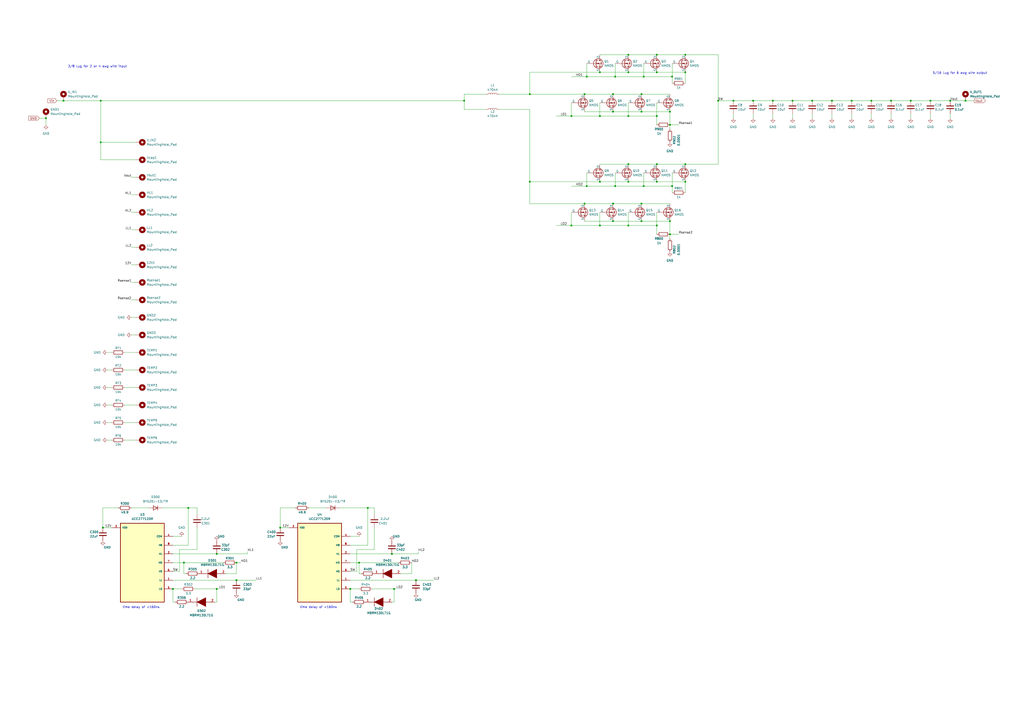
<source format=kicad_sch>
(kicad_sch (version 20230121) (generator eeschema)
  (paper "A2")
  (junction (at 137.16 326.39))
  (junction (at 364.49 105.41))
  (junction (at 482.6 58.42))
  (junction (at 100.33 341.63))
  (junction (at 203.2 341.63))
  (junction (at 364.49 41.91))
  (junction (at 347.98 41.91))
  (junction (at 388.62 128.27))
  (junction (at 331.47 130.81))
  (junction (at 389.89 44.45))
  (junction (at 355.6 64.77))
  (junction (at 26.67 68.58))
  (junction (at 356.87 44.45))
  (junction (at 364.49 130.81))
  (junction (at 364.49 67.31))
  (junction (at 59.69 306.07))
  (junction (at 372.11 54.61))
  (junction (at 347.98 105.41))
  (junction (at 339.09 118.11))
  (junction (at 397.51 105.41))
  (junction (at 227.33 321.31))
  (junction (at 355.6 128.27))
  (junction (at 381 130.81))
  (junction (at 58.42 58.42))
  (junction (at 125.73 321.31))
  (junction (at 106.68 326.39))
  (junction (at 355.6 54.61))
  (junction (at 388.62 135.89))
  (junction (at 560.07 58.42))
  (junction (at 373.38 107.95))
  (junction (at 372.11 118.11))
  (junction (at 162.56 306.07))
  (junction (at 356.87 107.95))
  (junction (at 471.17 58.42))
  (junction (at 331.47 67.31))
  (junction (at 397.51 95.25))
  (junction (at 58.42 82.55))
  (junction (at 340.36 44.45))
  (junction (at 340.36 107.95))
  (junction (at 241.3 336.55))
  (junction (at 347.98 130.81))
  (junction (at 125.73 341.63))
  (junction (at 528.32 58.42))
  (junction (at 459.74 58.42))
  (junction (at 505.46 58.42))
  (junction (at 307.34 54.61))
  (junction (at 372.11 64.77))
  (junction (at 397.51 31.75))
  (junction (at 388.62 64.77))
  (junction (at 381 31.75))
  (junction (at 539.75 58.42))
  (junction (at 494.03 58.42))
  (junction (at 381 95.25))
  (junction (at 381 67.31))
  (junction (at 436.88 58.42))
  (junction (at 213.36 294.64))
  (junction (at 269.24 58.42))
  (junction (at 355.6 118.11))
  (junction (at 381 105.41))
  (junction (at 137.16 336.55))
  (junction (at 388.62 72.39))
  (junction (at 339.09 54.61))
  (junction (at 307.34 105.41))
  (junction (at 208.28 326.39))
  (junction (at 397.51 41.91))
  (junction (at 551.18 58.42))
  (junction (at 228.6 341.63))
  (junction (at 389.89 107.95))
  (junction (at 364.49 95.25))
  (junction (at 364.49 31.75))
  (junction (at 425.45 58.42))
  (junction (at 416.56 58.42))
  (junction (at 448.31 58.42))
  (junction (at 372.11 128.27))
  (junction (at 109.22 294.64))
  (junction (at 36.83 58.42))
  (junction (at 373.38 44.45))
  (junction (at 347.98 67.31))
  (junction (at 516.89 58.42))
  (junction (at 381 41.91))
  (wire (pts (xy 388.62 135.89) (xy 388.62 138.43)))
  (wire (pts (xy 36.83 58.42) (xy 58.42 58.42)))
  (wire (pts (xy 322.58 130.81) (xy 331.47 130.81)))
  (wire (pts (xy 72.39 224.79) (xy 78.74 224.79)))
  (wire (pts (xy 381 41.91) (xy 397.51 41.91)))
  (wire (pts (xy 307.34 105.41) (xy 347.98 105.41)))
  (wire (pts (xy 231.14 326.39) (xy 208.28 326.39)))
  (wire (pts (xy 269.24 58.42) (xy 269.24 63.5)))
  (wire (pts (xy 76.2 143.51) (xy 78.74 143.51)))
  (wire (pts (xy 64.77 224.79) (xy 62.23 224.79)))
  (wire (pts (xy 372.11 118.11) (xy 388.62 118.11)))
  (wire (pts (xy 381 135.89) (xy 381 130.81)))
  (wire (pts (xy 113.03 341.63) (xy 125.73 341.63)))
  (wire (pts (xy 100.33 336.55) (xy 137.16 336.55)))
  (wire (pts (xy 436.88 58.42) (xy 425.45 58.42)))
  (wire (pts (xy 347.98 41.91) (xy 364.49 41.91)))
  (wire (pts (xy 217.17 318.77) (xy 207.01 318.77)))
  (wire (pts (xy 76.2 184.15) (xy 78.74 184.15)))
  (wire (pts (xy 208.28 326.39) (xy 208.28 332.74)))
  (wire (pts (xy 339.09 64.77) (xy 355.6 64.77)))
  (wire (pts (xy 106.68 326.39) (xy 100.33 326.39)))
  (wire (pts (xy 208.28 326.39) (xy 203.2 326.39)))
  (wire (pts (xy 381 59.69) (xy 381 67.31)))
  (wire (pts (xy 459.74 66.04) (xy 459.74 68.58)))
  (wire (pts (xy 339.09 128.27) (xy 355.6 128.27)))
  (wire (pts (xy 208.28 341.63) (xy 203.2 341.63)))
  (wire (pts (xy 137.16 326.39) (xy 137.16 332.74)))
  (wire (pts (xy 355.6 118.11) (xy 372.11 118.11)))
  (wire (pts (xy 93.98 294.64) (xy 109.22 294.64)))
  (wire (pts (xy 373.38 107.95) (xy 389.89 107.95)))
  (wire (pts (xy 72.39 234.95) (xy 78.74 234.95)))
  (wire (pts (xy 355.6 54.61) (xy 372.11 54.61)))
  (wire (pts (xy 331.47 44.45) (xy 340.36 44.45)))
  (wire (pts (xy 242.57 320.04) (xy 242.57 321.31)))
  (wire (pts (xy 76.2 153.67) (xy 78.74 153.67)))
  (wire (pts (xy 289.56 54.61) (xy 307.34 54.61)))
  (wire (pts (xy 331.47 59.69) (xy 331.47 67.31)))
  (wire (pts (xy 238.76 332.74) (xy 232.41 332.74)))
  (wire (pts (xy 125.73 341.63) (xy 125.73 349.25)))
  (wire (pts (xy 143.51 320.04) (xy 143.51 321.31)))
  (wire (pts (xy 162.56 294.64) (xy 162.56 306.07)))
  (wire (pts (xy 228.6 341.63) (xy 228.6 349.25)))
  (wire (pts (xy 372.11 64.77) (xy 388.62 64.77)))
  (wire (pts (xy 107.95 332.74) (xy 106.68 332.74)))
  (wire (pts (xy 76.2 133.35) (xy 78.74 133.35)))
  (wire (pts (xy 209.55 332.74) (xy 208.28 332.74)))
  (wire (pts (xy 516.89 58.42) (xy 528.32 58.42)))
  (wire (pts (xy 347.98 67.31) (xy 364.49 67.31)))
  (wire (pts (xy 331.47 107.95) (xy 340.36 107.95)))
  (wire (pts (xy 137.16 326.39) (xy 139.7 326.39)))
  (wire (pts (xy 137.16 336.55) (xy 148.59 336.55)))
  (wire (pts (xy 104.14 318.77) (xy 104.14 331.47)))
  (wire (pts (xy 551.18 58.42) (xy 560.07 58.42)))
  (wire (pts (xy 125.73 321.31) (xy 143.51 321.31)))
  (wire (pts (xy 397.51 105.41) (xy 397.51 111.76)))
  (wire (pts (xy 364.49 59.69) (xy 364.49 67.31)))
  (wire (pts (xy 109.22 316.23) (xy 100.33 316.23)))
  (wire (pts (xy 381 95.25) (xy 397.51 95.25)))
  (wire (pts (xy 356.87 100.33) (xy 356.87 107.95)))
  (wire (pts (xy 64.77 214.63) (xy 62.23 214.63)))
  (wire (pts (xy 381 31.75) (xy 397.51 31.75)))
  (wire (pts (xy 364.49 95.25) (xy 381 95.25)))
  (wire (pts (xy 494.03 66.04) (xy 494.03 68.58)))
  (wire (pts (xy 347.98 31.75) (xy 364.49 31.75)))
  (wire (pts (xy 355.6 128.27) (xy 372.11 128.27)))
  (wire (pts (xy 76.2 102.87) (xy 78.74 102.87)))
  (wire (pts (xy 505.46 66.04) (xy 505.46 68.58)))
  (wire (pts (xy 539.75 66.04) (xy 539.75 68.58)))
  (wire (pts (xy 356.87 107.95) (xy 373.38 107.95)))
  (wire (pts (xy 389.89 44.45) (xy 389.89 48.26)))
  (wire (pts (xy 59.69 306.07) (xy 64.77 306.07)))
  (wire (pts (xy 137.16 332.74) (xy 130.81 332.74)))
  (wire (pts (xy 281.94 54.61) (xy 269.24 54.61)))
  (wire (pts (xy 364.49 67.31) (xy 381 67.31)))
  (wire (pts (xy 72.39 255.27) (xy 78.74 255.27)))
  (wire (pts (xy 109.22 294.64) (xy 114.3 294.64)))
  (wire (pts (xy 196.85 294.64) (xy 213.36 294.64)))
  (wire (pts (xy 64.77 255.27) (xy 62.23 255.27)))
  (wire (pts (xy 482.6 58.42) (xy 471.17 58.42)))
  (wire (pts (xy 58.42 82.55) (xy 78.74 82.55)))
  (wire (pts (xy 372.11 54.61) (xy 388.62 54.61)))
  (wire (pts (xy 528.32 58.42) (xy 539.75 58.42)))
  (wire (pts (xy 76.2 173.99) (xy 78.74 173.99)))
  (wire (pts (xy 203.2 321.31) (xy 227.33 321.31)))
  (wire (pts (xy 388.62 64.77) (xy 388.62 72.39)))
  (wire (pts (xy 124.46 349.25) (xy 125.73 349.25)))
  (wire (pts (xy 227.33 349.25) (xy 228.6 349.25)))
  (wire (pts (xy 105.41 341.63) (xy 100.33 341.63)))
  (wire (pts (xy 307.34 54.61) (xy 339.09 54.61)))
  (wire (pts (xy 373.38 44.45) (xy 389.89 44.45)))
  (wire (pts (xy 494.03 58.42) (xy 505.46 58.42)))
  (wire (pts (xy 64.77 245.11) (xy 62.23 245.11)))
  (wire (pts (xy 72.39 204.47) (xy 78.74 204.47)))
  (wire (pts (xy 26.67 68.58) (xy 26.67 72.39)))
  (wire (pts (xy 307.34 41.91) (xy 307.34 54.61)))
  (wire (pts (xy 106.68 326.39) (xy 106.68 332.74)))
  (wire (pts (xy 33.02 58.42) (xy 36.83 58.42)))
  (wire (pts (xy 364.49 41.91) (xy 381 41.91)))
  (wire (pts (xy 100.33 331.47) (xy 104.14 331.47)))
  (wire (pts (xy 238.76 326.39) (xy 238.76 332.74)))
  (wire (pts (xy 340.36 36.83) (xy 340.36 44.45)))
  (wire (pts (xy 389.89 107.95) (xy 389.89 111.76)))
  (wire (pts (xy 551.18 66.04) (xy 551.18 68.58)))
  (wire (pts (xy 347.98 123.19) (xy 347.98 130.81)))
  (wire (pts (xy 127 341.63) (xy 125.73 341.63)))
  (wire (pts (xy 381 130.81) (xy 381 123.19)))
  (wire (pts (xy 356.87 44.45) (xy 373.38 44.45)))
  (wire (pts (xy 227.33 321.31) (xy 242.57 321.31)))
  (wire (pts (xy 381 105.41) (xy 397.51 105.41)))
  (wire (pts (xy 539.75 58.42) (xy 551.18 58.42)))
  (wire (pts (xy 448.31 58.42) (xy 436.88 58.42)))
  (wire (pts (xy 340.36 100.33) (xy 340.36 107.95)))
  (wire (pts (xy 109.22 294.64) (xy 109.22 316.23)))
  (wire (pts (xy 207.01 318.77) (xy 207.01 331.47)))
  (wire (pts (xy 72.39 245.11) (xy 78.74 245.11)))
  (wire (pts (xy 416.56 58.42) (xy 416.56 95.25)))
  (wire (pts (xy 364.49 105.41) (xy 381 105.41)))
  (wire (pts (xy 389.89 107.95) (xy 389.89 100.33)))
  (wire (pts (xy 114.3 294.64) (xy 114.3 298.45)))
  (wire (pts (xy 381 72.39) (xy 381 67.31)))
  (wire (pts (xy 64.77 234.95) (xy 62.23 234.95)))
  (wire (pts (xy 171.45 294.64) (xy 162.56 294.64)))
  (wire (pts (xy 203.2 336.55) (xy 241.3 336.55)))
  (wire (pts (xy 560.07 58.42) (xy 565.15 58.42)))
  (wire (pts (xy 416.56 58.42) (xy 425.45 58.42)))
  (wire (pts (xy 471.17 66.04) (xy 471.17 68.58)))
  (wire (pts (xy 307.34 118.11) (xy 307.34 105.41)))
  (wire (pts (xy 388.62 72.39) (xy 388.62 74.93)))
  (wire (pts (xy 114.3 306.07) (xy 114.3 318.77)))
  (wire (pts (xy 364.49 31.75) (xy 381 31.75)))
  (wire (pts (xy 494.03 58.42) (xy 482.6 58.42)))
  (wire (pts (xy 162.56 306.07) (xy 167.64 306.07)))
  (wire (pts (xy 307.34 118.11) (xy 339.09 118.11)))
  (wire (pts (xy 347.98 95.25) (xy 364.49 95.25)))
  (wire (pts (xy 516.89 66.04) (xy 516.89 68.58)))
  (wire (pts (xy 100.33 321.31) (xy 125.73 321.31)))
  (wire (pts (xy 448.31 66.04) (xy 448.31 68.58)))
  (wire (pts (xy 76.2 194.31) (xy 78.74 194.31)))
  (wire (pts (xy 347.98 105.41) (xy 364.49 105.41)))
  (wire (pts (xy 347.98 130.81) (xy 364.49 130.81)))
  (wire (pts (xy 215.9 341.63) (xy 228.6 341.63)))
  (wire (pts (xy 58.42 58.42) (xy 58.42 82.55)))
  (wire (pts (xy 76.2 163.83) (xy 78.74 163.83)))
  (wire (pts (xy 229.87 341.63) (xy 228.6 341.63)))
  (wire (pts (xy 471.17 58.42) (xy 459.74 58.42)))
  (wire (pts (xy 59.69 294.64) (xy 59.69 306.07)))
  (wire (pts (xy 482.6 66.04) (xy 482.6 68.58)))
  (wire (pts (xy 289.56 63.5) (xy 307.34 63.5)))
  (wire (pts (xy 213.36 294.64) (xy 217.17 294.64)))
  (wire (pts (xy 397.51 95.25) (xy 416.56 95.25)))
  (wire (pts (xy 364.49 123.19) (xy 364.49 130.81)))
  (wire (pts (xy 397.51 41.91) (xy 397.51 48.26)))
  (wire (pts (xy 76.2 113.03) (xy 78.74 113.03)))
  (wire (pts (xy 307.34 41.91) (xy 347.98 41.91)))
  (wire (pts (xy 281.94 63.5) (xy 269.24 63.5)))
  (wire (pts (xy 340.36 44.45) (xy 356.87 44.45)))
  (wire (pts (xy 241.3 336.55) (xy 251.46 336.55)))
  (wire (pts (xy 373.38 36.83) (xy 373.38 44.45)))
  (wire (pts (xy 100.33 349.25) (xy 100.33 341.63)))
  (wire (pts (xy 416.56 31.75) (xy 416.56 58.42)))
  (wire (pts (xy 388.62 72.39) (xy 393.7 72.39)))
  (wire (pts (xy 217.17 294.64) (xy 217.17 298.45)))
  (wire (pts (xy 307.34 63.5) (xy 307.34 105.41)))
  (wire (pts (xy 58.42 58.42) (xy 269.24 58.42)))
  (wire (pts (xy 203.2 349.25) (xy 203.2 341.63)))
  (wire (pts (xy 68.58 294.64) (xy 59.69 294.64)))
  (wire (pts (xy 72.39 214.63) (xy 78.74 214.63)))
  (wire (pts (xy 322.58 67.31) (xy 331.47 67.31)))
  (wire (pts (xy 22.86 68.58) (xy 26.67 68.58)))
  (wire (pts (xy 340.36 107.95) (xy 356.87 107.95)))
  (wire (pts (xy 436.88 66.04) (xy 436.88 68.58)))
  (wire (pts (xy 339.09 118.11) (xy 355.6 118.11)))
  (wire (pts (xy 364.49 130.81) (xy 381 130.81)))
  (wire (pts (xy 356.87 36.83) (xy 356.87 44.45)))
  (wire (pts (xy 179.07 294.64) (xy 189.23 294.64)))
  (wire (pts (xy 347.98 59.69) (xy 347.98 67.31)))
  (wire (pts (xy 208.28 311.15) (xy 203.2 311.15)))
  (wire (pts (xy 76.2 123.19) (xy 78.74 123.19)))
  (wire (pts (xy 425.45 66.04) (xy 425.45 68.58)))
  (wire (pts (xy 76.2 294.64) (xy 86.36 294.64)))
  (wire (pts (xy 114.3 318.77) (xy 104.14 318.77)))
  (wire (pts (xy 355.6 64.77) (xy 372.11 64.77)))
  (wire (pts (xy 58.42 92.71) (xy 78.74 92.71)))
  (wire (pts (xy 213.36 294.64) (xy 213.36 316.23)))
  (wire (pts (xy 331.47 130.81) (xy 347.98 130.81)))
  (wire (pts (xy 58.42 82.55) (xy 58.42 92.71)))
  (wire (pts (xy 397.51 31.75) (xy 416.56 31.75)))
  (wire (pts (xy 269.24 54.61) (xy 269.24 58.42)))
  (wire (pts (xy 372.11 128.27) (xy 388.62 128.27)))
  (wire (pts (xy 217.17 306.07) (xy 217.17 318.77)))
  (wire (pts (xy 528.32 66.04) (xy 528.32 68.58)))
  (wire (pts (xy 101.6 349.25) (xy 100.33 349.25)))
  (wire (pts (xy 203.2 331.47) (xy 207.01 331.47)))
  (wire (pts (xy 204.47 349.25) (xy 203.2 349.25)))
  (wire (pts (xy 388.62 135.89) (xy 393.7 135.89)))
  (wire (pts (xy 459.74 58.42) (xy 448.31 58.42)))
  (wire (pts (xy 331.47 123.19) (xy 331.47 130.81)))
  (wire (pts (xy 339.09 54.61) (xy 355.6 54.61)))
  (wire (pts (xy 213.36 316.23) (xy 203.2 316.23)))
  (wire (pts (xy 129.54 326.39) (xy 106.68 326.39)))
  (wire (pts (xy 331.47 67.31) (xy 347.98 67.31)))
  (wire (pts (xy 505.46 58.42) (xy 516.89 58.42)))
  (wire (pts (xy 388.62 128.27) (xy 388.62 135.89)))
  (wire (pts (xy 373.38 100.33) (xy 373.38 107.95)))
  (wire (pts (xy 389.89 44.45) (xy 389.89 36.83)))
  (wire (pts (xy 64.77 204.47) (xy 62.23 204.47)))
  (wire (pts (xy 105.41 311.15) (xy 100.33 311.15)))
  (text "3/8 Lug for 2 or 4 awg wire input" (at 39.37 39.37 0) (effects (font (size 1.27 1.27)) (justify left bottom)))
  (text "time delay of <160ns" (at 71.12 353.06 0) (effects (font (size 1.27 1.27)) (justify left bottom)))
  (text "5/16 Lug for 6 awg wire output" (at 541.02 43.18 0) (effects (font (size 1.27 1.27)) (justify left bottom)))
  (text "time delay of <160ns" (at 173.99 353.06 0) (effects (font (size 1.27 1.27)) (justify left bottom)))
  (label "SW" (at 100.33 331.47 0))
  (label "LL1" (at 76.2 133.35 180))
  (label "LO2" (at 325.12 130.81 0))
  (label "Rsense1" (at 76.2 163.83 180))
  (label "HO2" (at 334.01 107.95 0))
  (label "HL2" (at 76.2 123.19 180))
  (label "LO1" (at 127 341.63 0))
  (label "LO1" (at 325.12 67.31 0))
  (label "Vout" (at 76.2 102.87 180))
  (label "HO2" (at 238.76 326.39 0))
  (label "SW" (at 416.56 58.42 0))
  (label "HL1" (at 76.2 113.03 180))
  (label "HO1" (at 334.01 44.45 0))
  (label "LO2" (at 229.87 341.63 0))
  (label "12V" (at 163.83 306.07 0))
  (label "HO1" (at 139.7 326.39 0))
  (label "LL2" (at 76.2 143.51 180))
  (label "12V" (at 60.96 306.07 0))
  (label "Rsense2" (at 393.7 135.89 0))
  (label "HL1" (at 143.51 320.04 0))
  (label "12V" (at 76.2 153.67 180))
  (label "Rsense2" (at 76.2 173.99 180))
  (label "LL2" (at 251.46 336.55 0))
  (label "LL1" (at 148.59 336.55 0))
  (label "Rsense1" (at 393.7 72.39 0))
  (label "Vout" (at 551.18 58.42 0))
  (label "HL2" (at 242.57 320.04 0))
  (label "SW" (at 203.2 331.47 0))
  (global_label "Vout" (shape output) (at 565.15 58.42 0) (property "Intersheetrefs" "${INTERSHEET_REFS}" (effects hide)))
  (global_label "GND" (shape input) (at 22.86 68.58 180) (property "Intersheetrefs" "${INTERSHEET_REFS}" (effects hide)))
  (global_label "Vin" (shape input) (at 33.02 58.42 180) (property "Intersheetrefs" "${INTERSHEET_REFS}" (effects hide)))
  (symbol (lib_id "power:GND") (at 528.32 68.58 0) (unit 1)
    (property "Reference" "#PWR022" (effects hide))
    (property "Value" "GND" (at 528.32 73.66 0))
  )
  (symbol (lib_id "Device:R") (at 388.62 142.24 0) (unit 1)
    (property "Reference" "R802" (at 391.16 144.78 90))
    (property "Value" "0.0001" (at 393.7 144.78 90))
    (property "Footprint" "SnapEDA Library:PSR500HTQFB0L10" (effects hide))
  )
  (symbol (lib_id "UCC27712DR:UCC27712DR") (at 82.55 326.39 0) (mirror y) (unit 1)
    (property "Reference" "U3" (at 82.55 298.45 0))
    (property "Value" "UCC27712DR" (at 82.55 300.99 0))
    (property "Footprint" "SnapEDA Library:SOIC127P599X175-8N" (effects hide))
  )
  (symbol (lib_id "MBRM130LT1G:MBRM130LT1G") (at 115.57 332.74 0) (unit 1)
    (property "Reference" "D301" (at 123.19 325.12 0))
    (property "Value" "MBRM130LT1G" (at 123.19 327.66 0))
    (property "Footprint" "SnapEDA Library:MBRM130LT1G" (effects hide))
    (property "Datasheet" "http://www.onsemi.com/pub/Collateral/MBRM130L-D.PDF" (effects hide))
    (property "Manufacturer_Name" "onsemi" (effects hide))
    (property "Manufacturer_Part_Number" "MBRM130LT1G" (effects hide))
    (property "Mouser Part Number" "863-MBRM130LT1G" (effects hide))
    (property "Mouser Price/Stock" "https://www.mouser.co.uk/ProductDetail/onsemi/MBRM130LT1G?qs=3JMERSakebrXPEmSbT3BNg%3D%3D" (effects hide))
    (property "Arrow Part Number" "MBRM130LT1G" (effects hide))
    (property "Arrow Price/Stock" "https://www.arrow.com/en/products/mbrm130lt1g/on-semiconductor?region=europe" (effects hide))
  )
  (symbol (lib_id "Mechanical:MountingHole_Pad") (at 81.28 133.35 270) (unit 1)
    (property "Reference" "LL1" (at 85.09 132.08 90) (effects (justify left)))
    (property "Value" "MountingHole_Pad" (at 85.09 134.62 90) (effects (justify left)))
    (property "Footprint" "TestPoint:TestPoint_THTPad_D2.5mm_Drill1.2mm" (effects hide))
  )
  (symbol (lib_id "Device:R") (at 234.95 326.39 270) (unit 1)
    (property "Reference" "R403" (at 234.95 323.85 90))
    (property "Value" "3.3" (at 234.95 328.93 90))
    (property "Footprint" "Resistor_SMD:R_1206_3216Metric_Pad1.30x1.75mm_HandSolder" (effects hide))
  )
  (symbol (lib_id "power:GND") (at 425.45 68.58 0) (unit 1)
    (property "Reference" "#PWR013" (effects hide))
    (property "Value" "GND" (at 425.45 73.66 0))
  )
  (symbol (lib_id "power:GND") (at 551.18 68.58 0) (unit 1)
    (property "Reference" "#PWR024" (effects hide))
    (property "Value" "GND" (at 551.18 73.66 0))
  )
  (symbol (lib_id "Simulation_SPICE:NMOS") (at 353.06 59.69 0) (unit 1)
    (property "Reference" "Q6" (at 358.14 58.42 0) (effects (justify left)))
    (property "Value" "NMOS" (at 358.14 60.96 0) (effects (justify left)))
    (property "Footprint" "SnapEDA Library:TO-220-3_Horizontal_TabDown no hole" (effects hide))
    (property "Datasheet" "https://www.mouser.com/datasheet/2/196/Infineon_IPP024N08NF2S_DataSheet_v02_00_EN-2399825.pdf" (effects hide))
    (property "Sim.Device" "NMOS" (effects hide))
    (property "Sim.Type" "VDMOS" (effects hide))
    (property "Sim.Pins" "1=G 2=D 3=S" (effects hide))
  )
  (symbol (lib_id "MBRM130LT1G:MBRM130LT1G") (at 109.22 349.25 0) (unit 1)
    (property "Reference" "D302" (at 116.84 354.33 0))
    (property "Value" "MBRM130LT1G" (at 116.84 356.87 0))
    (property "Footprint" "SnapEDA Library:MBRM130LT1G" (effects hide))
    (property "Datasheet" "http://www.onsemi.com/pub/Collateral/MBRM130L-D.PDF" (effects hide))
    (property "Manufacturer_Name" "onsemi" (effects hide))
    (property "Manufacturer_Part_Number" "MBRM130LT1G" (effects hide))
    (property "Mouser Part Number" "863-MBRM130LT1G" (effects hide))
    (property "Mouser Price/Stock" "https://www.mouser.co.uk/ProductDetail/onsemi/MBRM130LT1G?qs=3JMERSakebrXPEmSbT3BNg%3D%3D" (effects hide))
    (property "Arrow Part Number" "MBRM130LT1G" (effects hide))
    (property "Arrow Price/Stock" "https://www.arrow.com/en/products/mbrm130lt1g/on-semiconductor?region=europe" (effects hide))
  )
  (symbol (lib_id "power:GND") (at 105.41 311.15 180) (unit 1)
    (property "Reference" "#PWR03" (effects hide))
    (property "Value" "GND" (at 105.41 306.07 0))
  )
  (symbol (lib_id "MBRM130LT1G:MBRM130LT1G") (at 217.17 332.74 0) (unit 1)
    (property "Reference" "D401" (at 224.79 325.12 0))
    (property "Value" "MBRM130LT1G" (at 224.79 327.66 0))
    (property "Footprint" "SnapEDA Library:MBRM130LT1G" (effects hide))
    (property "Datasheet" "http://www.onsemi.com/pub/Collateral/MBRM130L-D.PDF" (effects hide))
    (property "Manufacturer_Name" "onsemi" (effects hide))
    (property "Manufacturer_Part_Number" "MBRM130LT1G" (effects hide))
    (property "Mouser Part Number" "863-MBRM130LT1G" (effects hide))
    (property "Mouser Price/Stock" "https://www.mouser.co.uk/ProductDetail/onsemi/MBRM130LT1G?qs=3JMERSakebrXPEmSbT3BNg%3D%3D" (effects hide))
    (property "Arrow Part Number" "MBRM130LT1G" (effects hide))
    (property "Arrow Price/Stock" "https://www.arrow.com/en/products/mbrm130lt1g/on-semiconductor?region=europe" (effects hide))
  )
  (symbol (lib_id "Mechanical:MountingHole_Pad") (at 81.28 82.55 270) (unit 1)
    (property "Reference" "V_IN2" (at 85.09 81.28 90) (effects (justify left)))
    (property "Value" "MountingHole_Pad" (at 85.09 83.82 90) (effects (justify left)))
    (property "Footprint" "TestPoint:TestPoint_THTPad_D2.5mm_Drill1.2mm" (effects hide))
  )
  (symbol (lib_id "Mechanical:MountingHole_Pad") (at 81.28 153.67 270) (unit 1)
    (property "Reference" "12V1" (at 85.09 152.4 90) (effects (justify left)))
    (property "Value" "MountingHole_Pad" (at 85.09 154.94 90) (effects (justify left)))
    (property "Footprint" "TestPoint:TestPoint_THTPad_D2.5mm_Drill1.2mm" (effects hide))
  )
  (symbol (lib_id "Device:D") (at 193.04 294.64 180) (unit 1)
    (property "Reference" "D400" (at 193.04 288.29 0))
    (property "Value" "BYG20J-E3/TR" (at 193.04 290.83 0))
    (property "Footprint" "Diode_SMD:D_SMA" (effects hide))
    (property "Sim.Device" "D" (effects hide))
    (property "Sim.Pins" "1=K 2=A" (effects hide))
  )
  (symbol (lib_id "Mechanical:MountingHole_Pad") (at 81.28 102.87 270) (unit 1)
    (property "Reference" "Vout1" (at 85.09 101.6 90) (effects (justify left)))
    (property "Value" "MountingHole_Pad" (at 85.09 104.14 90) (effects (justify left)))
    (property "Footprint" "TestPoint:TestPoint_THTPad_D2.5mm_Drill1.2mm" (effects hide))
  )
  (symbol (lib_id "Mechanical:MountingHole_Pad") (at 81.28 224.79 270) (unit 1)
    (property "Reference" "TEMP3" (at 85.09 223.52 90) (effects (justify left)))
    (property "Value" "MountingHole_Pad" (at 85.09 226.06 90) (effects (justify left)))
    (property "Footprint" "TestPoint:TestPoint_THTPad_D2.5mm_Drill1.2mm" (effects hide))
  )
  (symbol (lib_id "power:GND") (at 471.17 68.58 0) (unit 1)
    (property "Reference" "#PWR017" (effects hide))
    (property "Value" "GND" (at 471.17 73.66 0))
  )
  (symbol (lib_id "power:GND") (at 162.56 313.69 0) (unit 1)
    (property "Reference" "#PWR06" (effects hide))
    (property "Value" "GND" (at 165.1 317.5 0))
  )
  (symbol (lib_id "Mechanical:MountingHole_Pad") (at 81.28 184.15 270) (unit 1)
    (property "Reference" "GND2" (at 85.09 182.88 90) (effects (justify left)))
    (property "Value" "MountingHole_Pad" (at 85.09 185.42 90) (effects (justify left)))
    (property "Footprint" "TestPoint:TestPoint_THTPad_D2.5mm_Drill1.2mm" (effects hide))
  )
  (symbol (lib_id "Device:D") (at 90.17 294.64 180) (unit 1)
    (property "Reference" "D300" (at 90.17 288.29 0))
    (property "Value" "BYG20J-E3/TR" (at 90.17 290.83 0))
    (property "Footprint" "Diode_SMD:D_SMA" (effects hide))
    (property "Sim.Device" "D" (effects hide))
    (property "Sim.Pins" "1=K 2=A" (effects hide))
  )
  (symbol (lib_id "Device:R") (at 68.58 245.11 270) (mirror x) (unit 1)
    (property "Reference" "RT5" (at 68.58 242.57 90))
    (property "Value" "10k" (at 68.58 247.65 90))
    (property "Footprint" "Resistor_SMD:R_0603_1608Metric_Pad0.98x0.95mm_HandSolder" (effects hide))
    (property "Datasheet" "NTCG163JX103DT1S" (effects hide))
  )
  (symbol (lib_id "Device:R") (at 208.28 349.25 270) (unit 1)
    (property "Reference" "R406" (at 208.28 346.71 90))
    (property "Value" "2.2" (at 208.28 351.79 90))
    (property "Footprint" "Resistor_SMD:R_1206_3216Metric_Pad1.30x1.75mm_HandSolder" (effects hide))
  )
  (symbol (lib_id "Device:R") (at 72.39 294.64 270) (unit 1)
    (property "Reference" "R300" (at 72.39 292.1 90))
    (property "Value" "49.9" (at 72.39 297.18 90))
    (property "Footprint" "Resistor_SMD:R_1206_3216Metric_Pad1.30x1.75mm_HandSolder" (effects hide))
  )
  (symbol (lib_id "power:GND") (at 539.75 68.58 0) (unit 1)
    (property "Reference" "#PWR023" (effects hide))
    (property "Value" "GND" (at 539.75 73.66 0))
  )
  (symbol (lib_id "Device:C") (at 516.89 62.23 0) (unit 1)
    (property "Reference" "C16" (at 519.43 60.96 0) (effects (justify left)))
    (property "Value" "0.1uF" (at 519.43 63.5 0) (effects (justify left)))
    (property "Footprint" "Capacitor_SMD:C_1210_3225Metric_Pad1.33x2.70mm_HandSolder" (effects hide))
    (property "Datasheet" "https://product.tdk.com/system/files/dam/doc/product/capacitor/ceramic/mlcc/catalog/mlcc_commercial_midvoltage_en.pdf" (effects hide))
  )
  (symbol (lib_id "Device:C") (at 217.17 302.26 0) (unit 1)
    (property "Reference" "C401" (at 224.79 303.53 0) (effects (justify right)))
    (property "Value" "2.2uF" (at 226.06 300.99 0) (effects (justify right)))
    (property "Footprint" "Capacitor_SMD:C_1206_3216Metric_Pad1.33x1.80mm_HandSolder" (effects hide))
  )
  (symbol (lib_id "power:GND") (at 137.16 344.17 0) (unit 1)
    (property "Reference" "#PWR05" (effects hide))
    (property "Value" "GND" (at 139.7 347.98 0))
  )
  (symbol (lib_id "Simulation_SPICE:NMOS") (at 369.57 123.19 0) (unit 1)
    (property "Reference" "Q15" (at 374.65 121.92 0) (effects (justify left)))
    (property "Value" "NMOS" (at 374.65 124.46 0) (effects (justify left)))
    (property "Footprint" "SnapEDA Library:TO-220-3_Horizontal_TabDown no hole" (effects hide))
    (property "Datasheet" "https://www.mouser.com/datasheet/2/196/Infineon_IPP024N08NF2S_DataSheet_v02_00_EN-2399825.pdf" (effects hide))
    (property "Sim.Device" "NMOS" (effects hide))
    (property "Sim.Type" "VDMOS" (effects hide))
    (property "Sim.Pins" "1=G 2=D 3=S" (effects hide))
  )
  (symbol (lib_id "Mechanical:MountingHole_Pad") (at 560.07 55.88 0) (unit 1)
    (property "Reference" "V_OUT1" (at 562.61 53.34 0) (effects (justify left)))
    (property "Value" "MountingHole_Pad" (at 562.61 55.88 0) (effects (justify left)))
    (property "Footprint" "MountingHole:MountingHole_8.4mm_M8_Pad_TopBottom" (effects hide))
  )
  (symbol (lib_id "Device:R") (at 213.36 332.74 270) (unit 1)
    (property "Reference" "R405" (at 213.36 330.2 90))
    (property "Value" "2.2" (at 213.36 335.28 90))
    (property "Footprint" "Resistor_SMD:R_1206_3216Metric_Pad1.30x1.75mm_HandSolder" (effects hide))
  )
  (symbol (lib_id "Mechanical:MountingHole_Pad") (at 81.28 255.27 270) (unit 1)
    (property "Reference" "TEMP6" (at 85.09 254 90) (effects (justify left)))
    (property "Value" "MountingHole_Pad" (at 85.09 256.54 90) (effects (justify left)))
    (property "Footprint" "TestPoint:TestPoint_THTPad_D2.5mm_Drill1.2mm" (effects hide))
  )
  (symbol (lib_id "Simulation_SPICE:NMOS") (at 394.97 100.33 0) (unit 1)
    (property "Reference" "Q12" (at 400.05 99.06 0) (effects (justify left)))
    (property "Value" "NMOS" (at 400.05 101.6 0) (effects (justify left)))
    (property "Footprint" "SnapEDA Library:TO-220-3_Horizontal_TabDown no hole" (effects hide))
    (property "Datasheet" "https://www.mouser.com/datasheet/2/196/Infineon_IPP024N08NF2S_DataSheet_v02_00_EN-2399825.pdf" (effects hide))
    (property "Sim.Device" "NMOS" (effects hide))
    (property "Sim.Type" "VDMOS" (effects hide))
    (property "Sim.Pins" "1=G 2=D 3=S" (effects hide))
  )
  (symbol (lib_id "Device:C") (at 59.69 309.88 180) (unit 1)
    (property "Reference" "C300" (at 52.07 308.61 0) (effects (justify right)))
    (property "Value" "22uF" (at 52.07 311.15 0) (effects (justify right)))
    (property "Footprint" "Capacitor_SMD:C_1206_3216Metric_Pad1.33x1.80mm_HandSolder" (effects hide))
  )
  (symbol (lib_id "power:GND") (at 388.62 82.55 0) (unit 1)
    (property "Reference" "#PWR010" (effects hide))
    (property "Value" "GND" (at 388.62 87.63 0))
  )
  (symbol (lib_id "power:GND") (at 62.23 255.27 270) (mirror x) (unit 1)
    (property "Reference" "#PWR032" (effects hide))
    (property "Value" "GND" (at 58.42 255.27 90) (effects (justify right)))
  )
  (symbol (lib_id "Simulation_SPICE:NMOS") (at 336.55 59.69 0) (unit 1)
    (property "Reference" "Q5" (at 341.63 58.42 0) (effects (justify left)))
    (property "Value" "NMOS" (at 341.63 60.96 0) (effects (justify left)))
    (property "Footprint" "SnapEDA Library:TO-220-3_Horizontal_TabDown no hole" (effects hide))
    (property "Datasheet" "https://www.mouser.com/datasheet/2/196/Infineon_IPP024N08NF2S_DataSheet_v02_00_EN-2399825.pdf" (effects hide))
    (property "Sim.Device" "NMOS" (effects hide))
    (property "Sim.Type" "VDMOS" (effects hide))
    (property "Sim.Pins" "1=G 2=D 3=S" (effects hide))
  )
  (symbol (lib_id "Device:C") (at 448.31 62.23 0) (unit 1)
    (property "Reference" "C10" (at 450.85 60.96 0) (effects (justify left)))
    (property "Value" "10uF" (at 450.85 63.5 0) (effects (justify left)))
    (property "Footprint" "Capacitor_SMD:C_1210_3225Metric_Pad1.33x2.70mm_HandSolder" (effects hide))
    (property "Datasheet" "https://product.tdk.com/system/files/dam/doc/product/capacitor/ceramic/mlcc/catalog/mlcc_commercial_midvoltage_en.pdf" (effects hide))
  )
  (symbol (lib_id "Mechanical:MountingHole_Pad") (at 81.28 163.83 270) (unit 1)
    (property "Reference" "Rsense1" (at 85.09 162.56 90) (effects (justify left)))
    (property "Value" "MountingHole_Pad" (at 85.09 165.1 90) (effects (justify left)))
    (property "Footprint" "TestPoint:TestPoint_THTPad_D2.5mm_Drill1.2mm" (effects hide))
  )
  (symbol (lib_id "Simulation_SPICE:NMOS") (at 353.06 123.19 0) (unit 1)
    (property "Reference" "Q14" (at 358.14 121.92 0) (effects (justify left)))
    (property "Value" "NMOS" (at 358.14 124.46 0) (effects (justify left)))
    (property "Footprint" "SnapEDA Library:TO-220-3_Horizontal_TabDown no hole" (effects hide))
    (property "Datasheet" "https://www.mouser.com/datasheet/2/196/Infineon_IPP024N08NF2S_DataSheet_v02_00_EN-2399825.pdf" (effects hide))
    (property "Sim.Device" "NMOS" (effects hide))
    (property "Sim.Type" "VDMOS" (effects hide))
    (property "Sim.Pins" "1=G 2=D 3=S" (effects hide))
  )
  (symbol (lib_id "Simulation_SPICE:NMOS") (at 369.57 59.69 0) (unit 1)
    (property "Reference" "Q7" (at 374.65 58.42 0) (effects (justify left)))
    (property "Value" "NMOS" (at 374.65 60.96 0) (effects (justify left)))
    (property "Footprint" "SnapEDA Library:TO-220-3_Horizontal_TabDown no hole" (effects hide))
    (property "Datasheet" "https://www.mouser.com/datasheet/2/196/Infineon_IPP024N08NF2S_DataSheet_v02_00_EN-2399825.pdf" (effects hide))
    (property "Sim.Device" "NMOS" (effects hide))
    (property "Sim.Type" "VDMOS" (effects hide))
    (property "Sim.Pins" "1=G 2=D 3=S" (effects hide))
  )
  (symbol (lib_id "power:GND") (at 241.3 344.17 0) (unit 1)
    (property "Reference" "#PWR09" (effects hide))
    (property "Value" "GND" (at 242.57 347.98 0))
  )
  (symbol (lib_id "Mechanical:MountingHole_Pad") (at 81.28 245.11 270) (unit 1)
    (property "Reference" "TEMP5" (at 85.09 243.84 90) (effects (justify left)))
    (property "Value" "MountingHole_Pad" (at 85.09 246.38 90) (effects (justify left)))
    (property "Footprint" "TestPoint:TestPoint_THTPad_D2.5mm_Drill1.2mm" (effects hide))
  )
  (symbol (lib_id "Device:R") (at 393.7 111.76 270) (unit 1)
    (property "Reference" "R801" (at 393.7 109.22 90))
    (property "Value" "1k" (at 393.7 114.3 90))
    (property "Footprint" "Resistor_SMD:R_1206_3216Metric_Pad1.30x1.75mm_HandSolder" (effects hide))
  )
  (symbol (lib_id "Device:C") (at 162.56 309.88 180) (unit 1)
    (property "Reference" "C400" (at 154.94 308.61 0) (effects (justify right)))
    (property "Value" "22uF" (at 154.94 311.15 0) (effects (justify right)))
    (property "Footprint" "Capacitor_SMD:C_1206_3216Metric_Pad1.33x1.80mm_HandSolder" (effects hide))
  )
  (symbol (lib_id "power:GND") (at 436.88 68.58 0) (unit 1)
    (property "Reference" "#PWR014" (effects hide))
    (property "Value" "GND" (at 436.88 73.66 0))
  )
  (symbol (lib_id "Device:C") (at 436.88 62.23 0) (unit 1)
    (property "Reference" "C9" (at 439.42 60.96 0) (effects (justify left)))
    (property "Value" "10uF" (at 439.42 63.5 0) (effects (justify left)))
    (property "Footprint" "Capacitor_SMD:C_1210_3225Metric_Pad1.33x2.70mm_HandSolder" (effects hide))
    (property "Datasheet" "https://product.tdk.com/system/files/dam/doc/product/capacitor/ceramic/mlcc/catalog/mlcc_commercial_midvoltage_en.pdf" (effects hide))
  )
  (symbol (lib_id "Simulation_SPICE:NMOS") (at 378.46 100.33 0) (unit 1)
    (property "Reference" "Q11" (at 383.54 99.06 0) (effects (justify left)))
    (property "Value" "NMOS" (at 383.54 101.6 0) (effects (justify left)))
    (property "Footprint" "SnapEDA Library:TO-220-3_Horizontal_TabDown no hole" (effects hide))
    (property "Datasheet" "https://www.mouser.com/datasheet/2/196/Infineon_IPP024N08NF2S_DataSheet_v02_00_EN-2399825.pdf" (effects hide))
    (property "Sim.Device" "NMOS" (effects hide))
    (property "Sim.Type" "VDMOS" (effects hide))
    (property "Sim.Pins" "1=G 2=D 3=S" (effects hide))
  )
  (symbol (lib_id "Device:R") (at 68.58 214.63 90) (mirror x) (unit 1)
    (property "Reference" "RT2" (at 68.58 212.09 90))
    (property "Value" "10k" (at 68.58 217.17 90))
    (property "Footprint" "Resistor_SMD:R_0603_1608Metric_Pad0.98x0.95mm_HandSolder" (effects hide))
    (property "Datasheet" "NTCG163JX103DT1S" (effects hide))
  )
  (symbol (lib_id "power:GND") (at 76.2 184.15 270) (unit 1)
    (property "Reference" "#PWR026" (effects hide))
    (property "Value" "GND" (at 72.39 184.15 90) (effects (justify right)))
  )
  (symbol (lib_id "Device:R") (at 384.81 135.89 270) (unit 1)
    (property "Reference" "R800" (at 382.27 138.43 90))
    (property "Value" "1k" (at 382.27 140.97 90))
    (property "Footprint" "Resistor_SMD:R_1206_3216Metric_Pad1.30x1.75mm_HandSolder" (effects hide))
  )
  (symbol (lib_id "power:GND") (at 62.23 224.79 270) (mirror x) (unit 1)
    (property "Reference" "#PWR029" (effects hide))
    (property "Value" "GND" (at 58.42 224.79 90) (effects (justify right)))
  )
  (symbol (lib_id "Device:R") (at 68.58 224.79 270) (mirror x) (unit 1)
    (property "Reference" "RT3" (at 68.58 222.25 90))
    (property "Value" "10k" (at 68.58 227.33 90))
    (property "Footprint" "Resistor_SMD:R_0603_1608Metric_Pad0.98x0.95mm_HandSolder" (effects hide))
    (property "Datasheet" "NTCG163JX103DT1S" (effects hide))
  )
  (symbol (lib_id "Device:C") (at 471.17 62.23 0) (unit 1)
    (property "Reference" "C12" (at 473.71 60.96 0) (effects (justify left)))
    (property "Value" "10uF" (at 473.71 63.5 0) (effects (justify left)))
    (property "Footprint" "Capacitor_SMD:C_1210_3225Metric_Pad1.33x2.70mm_HandSolder" (effects hide))
    (property "Datasheet" "https://product.tdk.com/system/files/dam/doc/product/capacitor/ceramic/mlcc/catalog/mlcc_commercial_midvoltage_en.pdf" (effects hide))
  )
  (symbol (lib_id "power:GND") (at 62.23 214.63 270) (mirror x) (unit 1)
    (property "Reference" "#PWR028" (effects hide))
    (property "Value" "GND" (at 58.42 214.63 90) (effects (justify right)))
  )
  (symbol (lib_id "Device:R") (at 212.09 341.63 270) (unit 1)
    (property "Reference" "R404" (at 212.09 339.09 90))
    (property "Value" "3.3" (at 212.09 344.17 90))
    (property "Footprint" "Resistor_SMD:R_1206_3216Metric_Pad1.30x1.75mm_HandSolder" (effects hide))
  )
  (symbol (lib_id "power:GND") (at 505.46 68.58 0) (unit 1)
    (property "Reference" "#PWR020" (effects hide))
    (property "Value" "GND" (at 505.46 73.66 0))
  )
  (symbol (lib_id "Mechanical:MountingHole_Pad") (at 81.28 214.63 270) (unit 1)
    (property "Reference" "TEMP2" (at 85.09 213.36 90) (effects (justify left)))
    (property "Value" "MountingHole_Pad" (at 85.09 215.9 90) (effects (justify left)))
    (property "Footprint" "TestPoint:TestPoint_THTPad_D2.5mm_Drill1.2mm" (effects hide))
  )
  (symbol (lib_id "power:GND") (at 76.2 194.31 270) (unit 1)
    (property "Reference" "#PWR025" (effects hide))
    (property "Value" "GND" (at 72.39 194.31 90) (effects (justify right)))
  )
  (symbol (lib_id "power:GND") (at 388.62 146.05 0) (unit 1)
    (property "Reference" "#PWR011" (effects hide))
    (property "Value" "GND" (at 388.62 151.13 0))
  )
  (symbol (lib_id "Device:R") (at 68.58 234.95 270) (mirror x) (unit 1)
    (property "Reference" "RT4" (at 68.58 232.41 90))
    (property "Value" "10k" (at 68.58 237.49 90))
    (property "Footprint" "Resistor_SMD:R_0603_1608Metric_Pad0.98x0.95mm_HandSolder" (effects hide))
    (property "Datasheet" "NTCG163JX103DT1S" (effects hide))
  )
  (symbol (lib_id "power:GND") (at 459.74 68.58 0) (unit 1)
    (property "Reference" "#PWR016" (effects hide))
    (property "Value" "GND" (at 459.74 73.66 0))
  )
  (symbol (lib_id "Device:R") (at 133.35 326.39 270) (unit 1)
    (property "Reference" "R301" (at 133.35 323.85 90))
    (property "Value" "3.3" (at 133.35 328.93 90))
    (property "Footprint" "Resistor_SMD:R_1206_3216Metric_Pad1.30x1.75mm_HandSolder" (effects hide))
  )
  (symbol (lib_id "Mechanical:MountingHole_Pad") (at 81.28 123.19 270) (unit 1)
    (property "Reference" "HL2" (at 85.09 121.92 90) (effects (justify left)))
    (property "Value" "MountingHole_Pad" (at 85.09 124.46 90) (effects (justify left)))
    (property "Footprint" "TestPoint:TestPoint_THTPad_D2.5mm_Drill1.2mm" (effects hide))
  )
  (symbol (lib_id "Mechanical:MountingHole_Pad") (at 81.28 113.03 270) (unit 1)
    (property "Reference" "HL1" (at 85.09 111.76 90) (effects (justify left)))
    (property "Value" "MountingHole_Pad" (at 85.09 114.3 90) (effects (justify left)))
    (property "Footprint" "TestPoint:TestPoint_THTPad_D2.5mm_Drill1.2mm" (effects hide))
  )
  (symbol (lib_id "Device:R") (at 68.58 255.27 270) (mirror x) (unit 1)
    (property "Reference" "RT6" (at 68.58 252.73 90))
    (property "Value" "10k" (at 68.58 257.81 90))
    (property "Footprint" "Resistor_SMD:R_0603_1608Metric_Pad0.98x0.95mm_HandSolder" (effects hide))
    (property "Datasheet" "NTCG163JX103DT1S" (effects hide))
  )
  (symbol (lib_id "power:GND") (at 62.23 234.95 270) (mirror x) (unit 1)
    (property "Reference" "#PWR030" (effects hide))
    (property "Value" "GND" (at 58.42 234.95 90) (effects (justify right)))
  )
  (symbol (lib_id "UCC27712DR:UCC27712DR") (at 185.42 326.39 0) (mirror y) (unit 1)
    (property "Reference" "U4" (at 185.42 298.45 0))
    (property "Value" "UCC27712DR" (at 185.42 300.99 0))
    (property "Footprint" "SnapEDA Library:SOIC127P599X175-8N" (effects hide))
  )
  (symbol (lib_name "NMOS_1") (lib_id "Simulation_SPICE:NMOS") (at 345.44 36.83 0) (unit 1)
    (property "Reference" "Q1" (at 350.52 35.56 0) (effects (justify left)))
    (property "Value" "NMOS" (at 350.52 38.1 0) (effects (justify left)))
    (property "Footprint" "SnapEDA Library:TO-220-3_Horizontal_TabDown no hole" (effects hide))
    (property "Datasheet" "https://www.mouser.com/datasheet/2/196/Infineon_IPP024N08NF2S_DataSheet_v02_00_EN-2399825.pdf" (effects hide))
    (property "Sim.Device" "NMOS" (effects hide))
    (property "Sim.Type" "VDMOS" (effects hide))
    (property "Sim.Pins" "1=G 2=D 3=S" (effects hide))
  )
  (symbol (lib_id "Simulation_SPICE:NMOS") (at 386.08 123.19 0) (unit 1)
    (property "Reference" "Q16" (at 391.16 121.92 0) (effects (justify left)))
    (property "Value" "NMOS" (at 391.16 124.46 0) (effects (justify left)))
    (property "Footprint" "SnapEDA Library:TO-220-3_Horizontal_TabDown no hole" (effects hide))
    (property "Datasheet" "https://www.mouser.com/datasheet/2/196/Infineon_IPP024N08NF2S_DataSheet_v02_00_EN-2399825.pdf" (effects hide))
    (property "Sim.Device" "NMOS" (effects hide))
    (property "Sim.Type" "VDMOS" (effects hide))
    (property "Sim.Pins" "1=G 2=D 3=S" (effects hide))
  )
  (symbol (lib_id "Device:C") (at 241.3 340.36 180) (unit 1)
    (property "Reference" "C403" (at 245.11 339.09 0) (effects (justify right)))
    (property "Value" "33pF" (at 245.11 341.63 0) (effects (justify right)))
    (property "Footprint" "Capacitor_SMD:C_1206_3216Metric_Pad1.33x1.80mm_HandSolder" (effects hide))
  )
  (symbol (lib_id "Device:R") (at 384.81 72.39 270) (unit 1)
    (property "Reference" "R900" (at 382.27 74.93 90))
    (property "Value" "1k" (at 382.27 77.47 90))
    (property "Footprint" "Resistor_SMD:R_1206_3216Metric_Pad1.30x1.75mm_HandSolder" (effects hide))
  )
  (symbol (lib_id "Mechanical:MountingHole_Pad") (at 81.28 173.99 270) (unit 1)
    (property "Reference" "Rsense2" (at 85.09 172.72 90) (effects (justify left)))
    (property "Value" "MountingHole_Pad" (at 85.09 175.26 90) (effects (justify left)))
    (property "Footprint" "TestPoint:TestPoint_THTPad_D2.5mm_Drill1.2mm" (effects hide))
  )
  (symbol (lib_id "Device:C") (at 425.45 62.23 0) (unit 1)
    (property "Reference" "C8" (at 427.99 60.96 0) (effects (justify left)))
    (property "Value" "10uF" (at 427.99 63.5 0) (effects (justify left)))
    (property "Footprint" "Capacitor_SMD:C_1210_3225Metric_Pad1.33x2.70mm_HandSolder" (effects hide))
    (property "Datasheet" "https://product.tdk.com/system/files/dam/doc/product/capacitor/ceramic/mlcc/catalog/mlcc_commercial_midvoltage_en.pdf" (effects hide))
  )
  (symbol (lib_id "power:GND") (at 494.03 68.58 0) (unit 1)
    (property "Reference" "#PWR019" (effects hide))
    (property "Value" "GND" (at 494.03 73.66 0))
  )
  (symbol (lib_id "Simulation_SPICE:NMOS") (at 361.95 36.83 0) (unit 1)
    (property "Reference" "Q2" (at 367.03 35.56 0) (effects (justify left)))
    (property "Value" "NMOS" (at 367.03 38.1 0) (effects (justify left)))
    (property "Footprint" "SnapEDA Library:TO-220-3_Horizontal_TabDown no hole" (effects hide))
    (property "Datasheet" "https://www.mouser.com/datasheet/2/196/Infineon_IPP024N08NF2S_DataSheet_v02_00_EN-2399825.pdf" (effects hide))
    (property "Sim.Device" "NMOS" (effects hide))
    (property "Sim.Type" "VDMOS" (effects hide))
    (property "Sim.Pins" "1=G 2=D 3=S" (effects hide))
  )
  (symbol (lib_id "Device:L") (at 285.75 63.5 90) (unit 1)
    (property "Reference" "L2" (at 285.75 64.77 90))
    (property "Value" "470nH" (at 285.75 67.31 90))
    (property "Footprint" "SnapEDA Library:EDITED-IND_IHDM1107BBEVR47M20_VIS" (effects hide))
  )
  (symbol (lib_id "power:GND") (at 516.89 68.58 0) (unit 1)
    (property "Reference" "#PWR021" (effects hide))
    (property "Value" "GND" (at 516.89 73.66 0))
  )
  (symbol (lib_id "Device:C") (at 125.73 317.5 0) (unit 1)
    (property "Reference" "C302" (at 133.35 318.77 0) (effects (justify right)))
    (property "Value" "33pF" (at 133.35 316.23 0) (effects (justify right)))
    (property "Footprint" "Capacitor_SMD:C_1206_3216Metric_Pad1.33x1.80mm_HandSolder" (effects hide))
  )
  (symbol (lib_id "Device:C") (at 528.32 62.23 0) (unit 1)
    (property "Reference" "C17" (at 530.86 60.96 0) (effects (justify left)))
    (property "Value" "0.1uF" (at 530.86 63.5 0) (effects (justify left)))
    (property "Footprint" "Capacitor_SMD:C_1210_3225Metric_Pad1.33x2.70mm_HandSolder" (effects hide))
    (property "Datasheet" "https://product.tdk.com/system/files/dam/doc/product/capacitor/ceramic/mlcc/catalog/mlcc_commercial_midvoltage_en.pdf" (effects hide))
  )
  (symbol (lib_id "Device:C") (at 227.33 317.5 0) (unit 1)
    (property "Reference" "C402" (at 234.95 318.77 0) (effects (justify right)))
    (property "Value" "33pF" (at 234.95 316.23 0) (effects (justify right)))
    (property "Footprint" "Capacitor_SMD:C_1206_3216Metric_Pad1.33x1.80mm_HandSolder" (effects hide))
  )
  (symbol (lib_id "Mechanical:MountingHole_Pad") (at 81.28 143.51 270) (unit 1)
    (property "Reference" "LL2" (at 85.09 142.24 90) (effects (justify left)))
    (property "Value" "MountingHole_Pad" (at 85.09 144.78 90) (effects (justify left)))
    (property "Footprint" "TestPoint:TestPoint_THTPad_D2.5mm_Drill1.2mm" (effects hide))
  )
  (symbol (lib_id "power:GND") (at 448.31 68.58 0) (unit 1)
    (property "Reference" "#PWR015" (effects hide))
    (property "Value" "GND" (at 448.31 73.66 0))
  )
  (symbol (lib_id "Device:R") (at 388.62 78.74 0) (unit 1)
    (property "Reference" "R902" (at 391.16 81.28 90))
    (property "Value" "0.0001" (at 393.7 81.28 90))
    (property "Footprint" "SnapEDA Library:PSR500HTQFB0L10" (effects hide))
  )
  (symbol (lib_id "Mechanical:MountingHole_Pad") (at 81.28 194.31 270) (unit 1)
    (property "Reference" "GND3" (at 85.09 193.04 90) (effects (justify left)))
    (property "Value" "MountingHole_Pad" (at 85.09 195.58 90) (effects (justify left)))
    (property "Footprint" "TestPoint:TestPoint_THTPad_D2.5mm_Drill1.2mm" (effects hide))
  )
  (symbol (lib_id "Mechanical:MountingHole_Pad") (at 81.28 204.47 270) (unit 1)
    (property "Reference" "TEMP1" (at 85.09 203.2 90) (effects (justify left)))
    (property "Value" "MountingHole_Pad" (at 85.09 205.74 90) (effects (justify left)))
    (property "Footprint" "TestPoint:TestPoint_THTPad_D2.5mm_Drill1.2mm" (effects hide))
  )
  (symbol (lib_id "Device:C") (at 539.75 62.23 0) (unit 1)
    (property "Reference" "C18" (at 542.29 60.96 0) (effects (justify left)))
    (property "Value" "0.1uF" (at 542.29 63.5 0) (effects (justify left)))
    (property "Footprint" "Capacitor_SMD:C_1210_3225Metric_Pad1.33x2.70mm_HandSolder" (effects hide))
    (property "Datasheet" "https://product.tdk.com/system/files/dam/doc/product/capacitor/ceramic/mlcc/catalog/mlcc_commercial_midvoltage_en.pdf" (effects hide))
  )
  (symbol (lib_id "power:GND") (at 482.6 68.58 0) (unit 1)
    (property "Reference" "#PWR018" (effects hide))
    (property "Value" "GND" (at 482.6 73.66 0))
  )
  (symbol (lib_id "Device:R") (at 105.41 349.25 270) (unit 1)
    (property "Reference" "R306" (at 105.41 346.71 90))
    (property "Value" "2.2" (at 105.41 351.79 90))
    (property "Footprint" "Resistor_SMD:R_1206_3216Metric_Pad1.30x1.75mm_HandSolder" (effects hide))
  )
  (symbol (lib_id "Device:C") (at 551.18 62.23 0) (unit 1)
    (property "Reference" "C19" (at 553.72 60.96 0) (effects (justify left)))
    (property "Value" "0.1uF" (at 553.72 63.5 0) (effects (justify left)))
    (property "Footprint" "Capacitor_SMD:C_1210_3225Metric_Pad1.33x2.70mm_HandSolder" (effects hide))
    (property "Datasheet" "https://product.tdk.com/system/files/dam/doc/product/capacitor/ceramic/mlcc/catalog/mlcc_commercial_midvoltage_en.pdf" (effects hide))
  )
  (symbol (lib_id "Simulation_SPICE:NMOS") (at 378.46 36.83 0) (unit 1)
    (property "Reference" "Q3" (at 383.54 35.56 0) (effects (justify left)))
    (property "Value" "NMOS" (at 383.54 38.1 0) (effects (justify left)))
    (property "Footprint" "SnapEDA Library:TO-220-3_Horizontal_TabDown no hole" (effects hide))
    (property "Datasheet" "https://www.mouser.com/datasheet/2/196/Infineon_IPP024N08NF2S_DataSheet_v02_00_EN-2399825.pdf" (effects hide))
    (property "Sim.Device" "NMOS" (effects hide))
    (property "Sim.Type" "VDMOS" (effects hide))
    (property "Sim.Pins" "1=G 2=D 3=S" (effects hide))
  )
  (symbol (lib_id "Simulation_SPICE:NMOS") (at 361.95 100.33 0) (unit 1)
    (property "Reference" "Q10" (at 367.03 99.06 0) (effects (justify left)))
    (property "Value" "NMOS" (at 367.03 101.6 0) (effects (justify left)))
    (property "Footprint" "SnapEDA Library:TO-220-3_Horizontal_TabDown no hole" (effects hide))
    (property "Datasheet" "https://www.mouser.com/datasheet/2/196/Infineon_IPP024N08NF2S_DataSheet_v02_00_EN-2399825.pdf" (effects hide))
    (property "Sim.Device" "NMOS" (effects hide))
    (property "Sim.Type" "VDMOS" (effects hide))
    (property "Sim.Pins" "1=G 2=D 3=S" (effects hide))
  )
  (symbol (lib_id "MBRM130LT1G:MBRM130LT1G") (at 212.09 349.25 0) (unit 1)
    (property "Reference" "D402" (at 219.71 353.06 0))
    (property "Value" "MBRM130LT1G" (at 219.71 355.6 0))
    (property "Footprint" "SnapEDA Library:MBRM130LT1G" (effects hide))
    (property "Datasheet" "http://www.onsemi.com/pub/Collateral/MBRM130L-D.PDF" (effects hide))
    (property "Manufacturer_Name" "onsemi" (effects hide))
    (property "Manufacturer_Part_Number" "MBRM130LT1G" (effects hide))
    (property "Mouser Part Number" "863-MBRM130LT1G" (effects hide))
    (property "Mouser Price/Stock" "https://www.mouser.co.uk/ProductDetail/onsemi/MBRM130LT1G?qs=3JMERSakebrXPEmSbT3BNg%3D%3D" (effects hide))
    (property "Arrow Part Number" "MBRM130LT1G" (effects hide))
    (property "Arrow Price/Stock" "https://www.arrow.com/en/products/mbrm130lt1g/on-semiconductor?region=europe" (effects hide))
  )
  (symbol (lib_id "power:GND") (at 59.69 313.69 0) (unit 1)
    (property "Reference" "#PWR02" (effects hide))
    (property "Value" "GND" (at 62.23 317.5 0))
  )
  (symbol (lib_id "Simulation_SPICE:NMOS") (at 386.08 59.69 0) (unit 1)
    (property "Reference" "Q8" (at 391.16 58.42 0) (effects (justify left)))
    (property "Value" "NMOS" (at 391.16 60.96 0) (effects (justify left)))
    (property "Footprint" "SnapEDA Library:TO-220-3_Horizontal_TabDown no hole" (effects hide))
    (property "Datasheet" "https://www.mouser.com/datasheet/2/196/Infineon_IPP024N08NF2S_DataSheet_v02_00_EN-2399825.pdf" (effects hide))
    (property "Sim.Device" "NMOS" (effects hide))
    (property "Sim.Type" "VDMOS" (effects hide))
    (property "Sim.Pins" "1=G 2=D 3=S" (effects hide))
  )
  (symbol (lib_id "Device:L") (at 285.75 54.61 90) (unit 1)
    (property "Reference" "L1" (at 285.75 49.53 90))
    (property "Value" "470nH" (at 285.75 52.07 90))
    (property "Footprint" "SnapEDA Library:EDITED-IND_IHDM1107BBEVR47M20_VIS" (effects hide))
  )
  (symbol (lib_id "Simulation_SPICE:NMOS") (at 336.55 123.19 0) (unit 1)
    (property "Reference" "Q13" (at 341.63 121.92 0) (effects (justify left)))
    (property "Value" "NMOS" (at 341.63 124.46 0) (effects (justify left)))
    (property "Footprint" "SnapEDA Library:TO-220-3_Horizontal_TabDown no hole" (effects hide))
    (property "Datasheet" "https://www.mouser.com/datasheet/2/196/Infineon_IPP024N08NF2S_DataSheet_v02_00_EN-2399825.pdf" (effects hide))
    (property "Sim.Device" "NMOS" (effects hide))
    (property "Sim.Type" "VDMOS" (effects hide))
    (property "Sim.Pins" "1=G 2=D 3=S" (effects hide))
  )
  (symbol (lib_id "Device:R") (at 175.26 294.64 270) (unit 1)
    (property "Reference" "R400" (at 175.26 292.1 90))
    (property "Value" "49.9" (at 175.26 297.18 90))
    (property "Footprint" "Resistor_SMD:R_1206_3216Metric_Pad1.30x1.75mm_HandSolder" (effects hide))
  )
  (symbol (lib_id "Device:C") (at 482.6 62.23 0) (unit 1)
    (property "Reference" "C13" (at 485.14 60.96 0) (effects (justify left)))
    (property "Value" "10uF" (at 485.14 63.5 0) (effects (justify left)))
    (property "Footprint" "Capacitor_SMD:C_1210_3225Metric_Pad1.33x2.70mm_HandSolder" (effects hide))
    (property "Datasheet" "https://product.tdk.com/system/files/dam/doc/product/capacitor/ceramic/mlcc/catalog/mlcc_commercial_midvoltage_en.pdf" (effects hide))
  )
  (symbol (lib_id "power:GND") (at 62.23 245.11 270) (mirror x) (unit 1)
    (property "Reference" "#PWR031" (effects hide))
    (property "Value" "GND" (at 58.42 245.11 90) (effects (justify right)))
  )
  (symbol (lib_id "Device:C") (at 505.46 62.23 0) (unit 1)
    (property "Reference" "C15" (at 508 60.96 0) (effects (justify left)))
    (property "Value" "10uF" (at 508 63.5 0) (effects (justify left)))
    (property "Footprint" "Capacitor_SMD:C_1210_3225Metric_Pad1.33x2.70mm_HandSolder" (effects hide))
    (property "Datasheet" "https://product.tdk.com/system/files/dam/doc/product/capacitor/ceramic/mlcc/catalog/mlcc_commercial_midvoltage_en.pdf" (effects hide))
  )
  (symbol (lib_id "Device:R") (at 68.58 204.47 90) (mirror x) (unit 1)
    (property "Reference" "RT1" (at 68.58 201.93 90))
    (property "Value" "10k" (at 68.58 207.01 90))
    (property "Footprint" "Resistor_SMD:R_0603_1608Metric_Pad0.98x0.95mm_HandSolder" (effects hide))
    (property "Datasheet" "NTCG163JX103DT1S" (effects hide))
  )
  (symbol (lib_id "Mechanical:MountingHole_Pad") (at 81.28 234.95 270) (unit 1)
    (property "Reference" "TEMP4" (at 85.09 233.68 90) (effects (justify left)))
    (property "Value" "MountingHole_Pad" (at 85.09 236.22 90) (effects (justify left)))
    (property "Footprint" "TestPoint:TestPoint_THTPad_D2.5mm_Drill1.2mm" (effects hide))
  )
  (symbol (lib_id "Device:C") (at 459.74 62.23 0) (unit 1)
    (property "Reference" "C11" (at 462.28 60.96 0) (effects (justify left)))
    (property "Value" "10uF" (at 462.28 63.5 0) (effects (justify left)))
    (property "Footprint" "Capacitor_SMD:C_1210_3225Metric_Pad1.33x2.70mm_HandSolder" (effects hide))
    (property "Datasheet" "https://product.tdk.com/system/files/dam/doc/product/capacitor/ceramic/mlcc/catalog/mlcc_commercial_midvoltage_en.pdf" (effects hide))
  )
  (symbol (lib_id "power:GND") (at 208.28 311.15 180) (unit 1)
    (property "Reference" "#PWR07" (effects hide))
    (property "Value" "GND" (at 208.28 306.07 0))
  )
  (symbol (lib_id "power:GND") (at 227.33 313.69 180) (unit 1)
    (property "Reference" "#PWR08" (effects hide))
    (property "Value" "GND" (at 229.87 311.15 0))
  )
  (symbol (lib_id "Device:C") (at 494.03 62.23 0) (unit 1)
    (property "Reference" "C14" (at 496.57 60.96 0) (effects (justify left)))
    (property "Value" "10uF" (at 496.57 63.5 0) (effects (justify left)))
    (property "Footprint" "Capacitor_SMD:C_1210_3225Metric_Pad1.33x2.70mm_HandSolder" (effects hide))
    (property "Datasheet" "https://product.tdk.com/system/files/dam/doc/product/capacitor/ceramic/mlcc/catalog/mlcc_commercial_midvoltage_en.pdf" (effects hide))
  )
  (symbol (lib_id "Mechanical:MountingHole_Pad") (at 26.67 66.04 0) (unit 1)
    (property "Reference" "GND1" (at 29.21 63.5 0) (effects (justify left)))
    (property "Value" "MountingHole_Pad" (at 29.21 66.04 0) (effects (justify left)))
    (property "Footprint" "MountingHole:MountingHole_8.4mm_M8_Pad_TopBottom" (effects hide))
  )
  (symbol (lib_id "Device:R") (at 393.7 48.26 270) (unit 1)
    (property "Reference" "R901" (at 393.7 45.72 90))
    (property "Value" "1k" (at 393.7 50.8 90))
    (property "Footprint" "Resistor_SMD:R_1206_3216Metric_Pad1.30x1.75mm_HandSolder" (effects hide))
  )
  (symbol (lib_id "Device:C") (at 114.3 302.26 0) (unit 1)
    (property "Reference" "C301" (at 121.92 303.53 0) (effects (justify right)))
    (property "Value" "2.2uF" (at 121.92 300.99 0) (effects (justify right)))
    (property "Footprint" "Capacitor_SMD:C_1206_3216Metric_Pad1.33x1.80mm_HandSolder" (effects hide))
  )
  (symbol (lib_id "Device:C") (at 137.16 340.36 180) (unit 1)
    (property "Reference" "C303" (at 140.97 339.09 0) (effects (justify right)))
    (property "Value" "33pF" (at 140.97 341.63 0) (effects (justify right)))
    (property "Footprint" "Capacitor_SMD:C_1206_3216Metric_Pad1.33x1.80mm_HandSolder" (effects hide))
  )
  (symbol (lib_id "Simulation_SPICE:NMOS") (at 394.97 36.83 0) (unit 1)
    (property "Reference" "Q4" (at 400.05 35.56 0) (effects (justify left)))
    (property "Value" "NMOS" (at 400.05 38.1 0) (effects (justify left)))
    (property "Footprint" "SnapEDA Library:TO-220-3_Horizontal_TabDown no hole" (effects hide))
    (property "Datasheet" "https://www.mouser.com/datasheet/2/196/Infineon_IPP024N08NF2S_DataSheet_v02_00_EN-2399825.pdf" (effects hide))
    (property "Sim.Device" "NMOS" (effects hide))
    (property "Sim.Type" "VDMOS" (effects hide))
    (property "Sim.Pins" "1=G 2=D 3=S" (effects hide))
  )
  (symbol (lib_id "Mechanical:MountingHole_Pad") (at 36.83 55.88 0) (unit 1)
    (property "Reference" "V_IN1" (at 39.37 53.34 0) (effects (justify left)))
    (property "Value" "MountingHole_Pad" (at 39.37 55.88 0) (effects (justify left)))
    (property "Footprint" "MountingHole:MountingHole_8.4mm_M8_Pad_TopBottom" (effects hide))
  )
  (symbol (lib_id "power:GND") (at 26.67 72.39 0) (unit 1)
    (property "Reference" "#PWR01" (effects hide))
    (property "Value" "GND" (at 26.67 77.47 0))
  )
  (symbol (lib_id "power:GND") (at 62.23 204.47 270) (mirror x) (unit 1)
    (property "Reference" "#PWR027" (effects hide))
    (property "Value" "GND" (at 58.42 204.47 90) (effects (justify right)))
  )
  (symbol (lib_id "Device:R") (at 111.76 332.74 270) (unit 1)
    (property "Reference" "R305" (at 111.76 330.2 90))
    (property "Value" "2.2" (at 111.76 335.28 90))
    (property "Footprint" "Resistor_SMD:R_1206_3216Metric_Pad1.30x1.75mm_HandSolder" (effects hide))
  )
  (symbol (lib_id "Mechanical:MountingHole_Pad") (at 81.28 92.71 270) (unit 1)
    (property "Reference" "Vcap1" (at 85.09 91.44 90) (effects (justify left)))
    (property "Value" "MountingHole_Pad" (at 85.09 93.98 90) (effects (justify left)))
    (property "Footprint" "TestPoint:TestPoint_THTPad_D2.5mm_Drill1.2mm" (effects hide))
  )
  (symbol (lib_id "power:GND") (at 125.73 313.69 180) (unit 1)
    (property "Reference" "#PWR04" (effects hide))
    (property "Value" "GND" (at 128.27 311.15 0))
  )
  (symbol (lib_id "Device:R") (at 109.22 341.63 270) (unit 1)
    (property "Reference" "R302" (at 109.22 339.09 90))
    (property "Value" "3.3" (at 109.22 344.17 90))
    (property "Footprint" "Resistor_SMD:R_1206_3216Metric_Pad1.30x1.75mm_HandSolder" (effects hide))
  )
  (symbol (lib_id "Simulation_SPICE:NMOS") (at 345.44 100.33 0) (unit 1)
    (property "Reference" "Q9" (at 350.52 99.06 0) (effects (justify left)))
    (property "Value" "NMOS" (at 350.52 101.6 0) (effects (justify left)))
    (property "Footprint" "SnapEDA Library:TO-220-3_Horizontal_TabDown no hole" (effects hide))
    (property "Datasheet" "https://www.mouser.com/datasheet/2/196/Infineon_IPP024N08NF2S_DataSheet_v02_00_EN-2399825.pdf" (effects hide))
    (property "Sim.Device" "NMOS" (effects hide))
    (property "Sim.Type" "VDMOS" (effects hide))
    (property "Sim.Pins" "1=G 2=D 3=S" (effects hide))
  )
)
</source>
